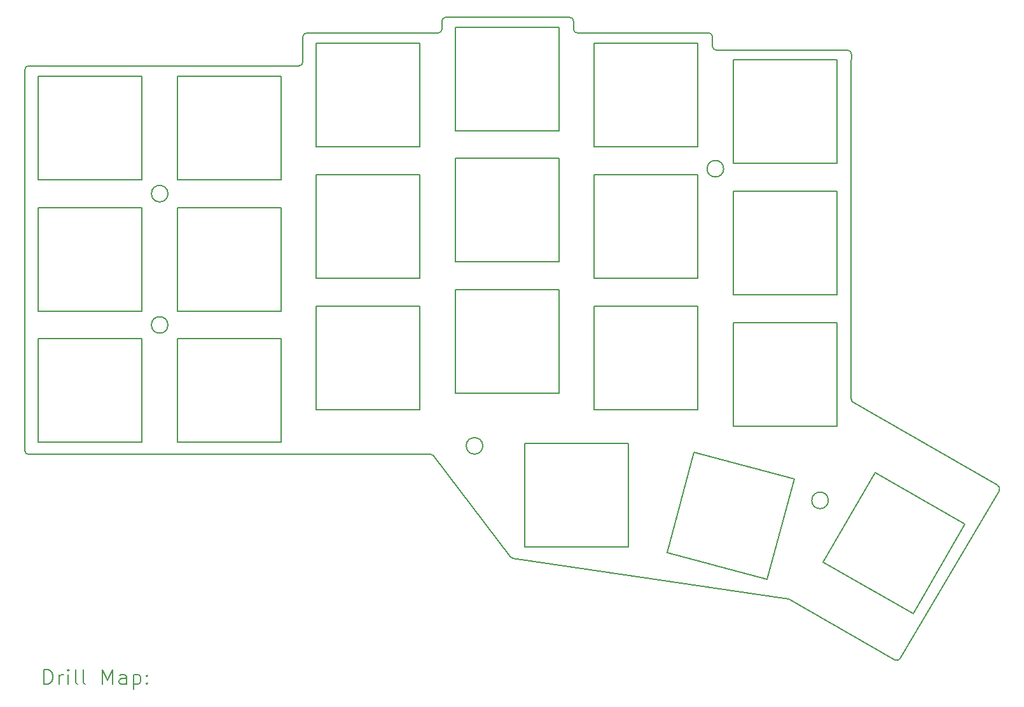
<source format=gbr>
%TF.GenerationSoftware,KiCad,Pcbnew,8.0.8+1*%
%TF.CreationDate,2025-07-09T04:57:59+00:00*%
%TF.ProjectId,frontplate,66726f6e-7470-46c6-9174-652e6b696361,0.2*%
%TF.SameCoordinates,Original*%
%TF.FileFunction,Drillmap*%
%TF.FilePolarity,Positive*%
%FSLAX45Y45*%
G04 Gerber Fmt 4.5, Leading zero omitted, Abs format (unit mm)*
G04 Created by KiCad (PCBNEW 8.0.8+1) date 2025-07-09 04:57:59*
%MOMM*%
%LPD*%
G01*
G04 APERTURE LIST*
%ADD10C,0.150000*%
%ADD11C,0.200000*%
G04 APERTURE END LIST*
D10*
X9131698Y-10801245D02*
X9131502Y-5720251D01*
X9181501Y-5670249D02*
X12781501Y-5670151D01*
X12831500Y-5620151D02*
X12831500Y-5282750D01*
X12881500Y-5232750D02*
X14631500Y-5232750D01*
X14681500Y-5182750D02*
X14681500Y-5075250D01*
X14731500Y-5025250D02*
X16384300Y-5025250D01*
X16434300Y-5075250D02*
X16434300Y-5182750D01*
X16484300Y-5232750D02*
X18234300Y-5232750D01*
X18284300Y-5282750D02*
X18284300Y-5412312D01*
X18334288Y-5462312D02*
X20083706Y-5462738D01*
X20133691Y-5513340D02*
X20131804Y-5669949D01*
X20131800Y-5670551D02*
X20131800Y-10111094D01*
X20156800Y-10154396D02*
X22081599Y-11265679D01*
X22099669Y-11334377D02*
X20779993Y-13572380D01*
X20711924Y-13590285D02*
X19318493Y-12785787D01*
X19300847Y-12779632D02*
X15624698Y-12233003D01*
X15592179Y-12213716D02*
X14575757Y-10870335D01*
X14535877Y-10850503D02*
X9181705Y-10851243D01*
X9131502Y-5720251D02*
G75*
G02*
X9181501Y-5670252I49998J1D01*
G01*
X12831500Y-5620151D02*
G75*
G02*
X12781501Y-5670150I-50000J1D01*
G01*
X12831500Y-5282750D02*
G75*
G02*
X12881500Y-5232750I50000J0D01*
G01*
X14681500Y-5182750D02*
G75*
G02*
X14631500Y-5232750I-50000J0D01*
G01*
X14681500Y-5075250D02*
G75*
G02*
X14731500Y-5025250I50000J0D01*
G01*
X16384300Y-5025250D02*
G75*
G02*
X16434300Y-5075250I0J-50000D01*
G01*
X16484300Y-5232750D02*
G75*
G02*
X16434300Y-5182750I0J50000D01*
G01*
X18234300Y-5232750D02*
G75*
G02*
X18284300Y-5282750I0J-50000D01*
G01*
X18334288Y-5462312D02*
G75*
G02*
X18284298Y-5412312I12J50002D01*
G01*
X20083706Y-5462738D02*
G75*
G02*
X20133689Y-5513340I-16J-50002D01*
G01*
X20131800Y-5670551D02*
G75*
G02*
X20131804Y-5669949I50400J1D01*
G01*
X20156800Y-10154396D02*
G75*
G02*
X20131796Y-10111094I25000J43306D01*
G01*
X22081599Y-11265679D02*
G75*
G02*
X22099669Y-11334377I-24999J-43301D01*
G01*
X20779993Y-13572380D02*
G75*
G02*
X20711922Y-13590288I-43073J25400D01*
G01*
X19300847Y-12779632D02*
G75*
G02*
X19318492Y-12785788I-7357J-49458D01*
G01*
X15624698Y-12233003D02*
G75*
G02*
X15592179Y-12213716I7352J49453D01*
G01*
X14535877Y-10850503D02*
G75*
G02*
X14575754Y-10870338I3J-49997D01*
G01*
X9181705Y-10851243D02*
G75*
G02*
X9131697Y-10801245I-5J50003D01*
G01*
X9310000Y-10690000D02*
X10690000Y-10690000D01*
X10690000Y-10690000D02*
X10690000Y-9310000D01*
X10690000Y-9310000D02*
X9310000Y-9310000D01*
X9310000Y-9310000D02*
X9310000Y-10690000D01*
X9310000Y-8940000D02*
X10690000Y-8940000D01*
X10690000Y-8940000D02*
X10690000Y-7560000D01*
X10690000Y-7560000D02*
X9310000Y-7560000D01*
X9310000Y-7560000D02*
X9310000Y-8940000D01*
X9310000Y-7190000D02*
X10690000Y-7190000D01*
X10690000Y-7190000D02*
X10690000Y-5810000D01*
X10690000Y-5810000D02*
X9310000Y-5810000D01*
X9310000Y-5810000D02*
X9310000Y-7190000D01*
X11160000Y-10690000D02*
X12540000Y-10690000D01*
X12540000Y-10690000D02*
X12540000Y-9310000D01*
X12540000Y-9310000D02*
X11160000Y-9310000D01*
X11160000Y-9310000D02*
X11160000Y-10690000D01*
X11160000Y-8940000D02*
X12540000Y-8940000D01*
X12540000Y-8940000D02*
X12540000Y-7560000D01*
X12540000Y-7560000D02*
X11160000Y-7560000D01*
X11160000Y-7560000D02*
X11160000Y-8940000D01*
X11160000Y-7190000D02*
X12540000Y-7190000D01*
X12540000Y-7190000D02*
X12540000Y-5810000D01*
X12540000Y-5810000D02*
X11160000Y-5810000D01*
X11160000Y-5810000D02*
X11160000Y-7190000D01*
X13010000Y-10252500D02*
X14390000Y-10252500D01*
X14390000Y-10252500D02*
X14390000Y-8872500D01*
X14390000Y-8872500D02*
X13010000Y-8872500D01*
X13010000Y-8872500D02*
X13010000Y-10252500D01*
X13010000Y-8502500D02*
X14390000Y-8502500D01*
X14390000Y-8502500D02*
X14390000Y-7122500D01*
X14390000Y-7122500D02*
X13010000Y-7122500D01*
X13010000Y-7122500D02*
X13010000Y-8502500D01*
X13010000Y-6752500D02*
X14390000Y-6752500D01*
X14390000Y-6752500D02*
X14390000Y-5372500D01*
X14390000Y-5372500D02*
X13010000Y-5372500D01*
X13010000Y-5372500D02*
X13010000Y-6752500D01*
X14860000Y-10033750D02*
X16240000Y-10033750D01*
X16240000Y-10033750D02*
X16240000Y-8653750D01*
X16240000Y-8653750D02*
X14860000Y-8653750D01*
X14860000Y-8653750D02*
X14860000Y-10033750D01*
X14860000Y-8283750D02*
X16240000Y-8283750D01*
X16240000Y-8283750D02*
X16240000Y-6903750D01*
X16240000Y-6903750D02*
X14860000Y-6903750D01*
X14860000Y-6903750D02*
X14860000Y-8283750D01*
X14860000Y-6533750D02*
X16240000Y-6533750D01*
X16240000Y-6533750D02*
X16240000Y-5153750D01*
X16240000Y-5153750D02*
X14860000Y-5153750D01*
X14860000Y-5153750D02*
X14860000Y-6533750D01*
X16710000Y-10252500D02*
X18090000Y-10252500D01*
X18090000Y-10252500D02*
X18090000Y-8872500D01*
X18090000Y-8872500D02*
X16710000Y-8872500D01*
X16710000Y-8872500D02*
X16710000Y-10252500D01*
X16710000Y-8502500D02*
X18090000Y-8502500D01*
X18090000Y-8502500D02*
X18090000Y-7122500D01*
X18090000Y-7122500D02*
X16710000Y-7122500D01*
X16710000Y-7122500D02*
X16710000Y-8502500D01*
X16710000Y-6752500D02*
X18090000Y-6752500D01*
X18090000Y-6752500D02*
X18090000Y-5372500D01*
X18090000Y-5372500D02*
X16710000Y-5372500D01*
X16710000Y-5372500D02*
X16710000Y-6752500D01*
X18560000Y-10471250D02*
X19940000Y-10471250D01*
X19940000Y-10471250D02*
X19940000Y-9091250D01*
X19940000Y-9091250D02*
X18560000Y-9091250D01*
X18560000Y-9091250D02*
X18560000Y-10471250D01*
X18560000Y-8721250D02*
X19940000Y-8721250D01*
X19940000Y-8721250D02*
X19940000Y-7341250D01*
X19940000Y-7341250D02*
X18560000Y-7341250D01*
X18560000Y-7341250D02*
X18560000Y-8721250D01*
X18560000Y-6971250D02*
X19940000Y-6971250D01*
X19940000Y-6971250D02*
X19940000Y-5591250D01*
X19940000Y-5591250D02*
X18560000Y-5591250D01*
X18560000Y-5591250D02*
X18560000Y-6971250D01*
X15785000Y-12083750D02*
X17165000Y-12083750D01*
X17165000Y-12083750D02*
X17165000Y-10703750D01*
X17165000Y-10703750D02*
X15785000Y-10703750D01*
X15785000Y-10703750D02*
X15785000Y-12083750D01*
X17679926Y-12156654D02*
X19012904Y-12513824D01*
X19012904Y-12513824D02*
X19370074Y-11180846D01*
X19370074Y-11180846D02*
X18037096Y-10823676D01*
X18037096Y-10823676D02*
X17679926Y-12156654D01*
X20953942Y-12974782D02*
X21643942Y-11779667D01*
X21643942Y-11779667D02*
X20448827Y-11089667D01*
X20448827Y-11089667D02*
X19758827Y-12284782D01*
X19758827Y-12284782D02*
X20953942Y-12974782D01*
X11035000Y-7375000D02*
G75*
G02*
X10815000Y-7375000I-110000J0D01*
G01*
X10815000Y-7375000D02*
G75*
G02*
X11035000Y-7375000I110000J0D01*
G01*
X11035000Y-9125000D02*
G75*
G02*
X10815000Y-9125000I-110000J0D01*
G01*
X10815000Y-9125000D02*
G75*
G02*
X11035000Y-9125000I110000J0D01*
G01*
X18431800Y-7042350D02*
G75*
G02*
X18211800Y-7042350I-110000J0D01*
G01*
X18211800Y-7042350D02*
G75*
G02*
X18431800Y-7042350I110000J0D01*
G01*
X15225700Y-10736500D02*
G75*
G02*
X15005700Y-10736500I-110000J0D01*
G01*
X15005700Y-10736500D02*
G75*
G02*
X15225700Y-10736500I110000J0D01*
G01*
X19825761Y-11463175D02*
G75*
G02*
X19605761Y-11463175I-110000J0D01*
G01*
X19605761Y-11463175D02*
G75*
G02*
X19825761Y-11463175I110000J0D01*
G01*
D11*
X9384779Y-13915969D02*
X9384779Y-13715969D01*
X9384779Y-13715969D02*
X9432398Y-13715969D01*
X9432398Y-13715969D02*
X9460969Y-13725492D01*
X9460969Y-13725492D02*
X9480017Y-13744540D01*
X9480017Y-13744540D02*
X9489541Y-13763588D01*
X9489541Y-13763588D02*
X9499064Y-13801683D01*
X9499064Y-13801683D02*
X9499064Y-13830254D01*
X9499064Y-13830254D02*
X9489541Y-13868350D01*
X9489541Y-13868350D02*
X9480017Y-13887397D01*
X9480017Y-13887397D02*
X9460969Y-13906445D01*
X9460969Y-13906445D02*
X9432398Y-13915969D01*
X9432398Y-13915969D02*
X9384779Y-13915969D01*
X9584779Y-13915969D02*
X9584779Y-13782635D01*
X9584779Y-13820731D02*
X9594303Y-13801683D01*
X9594303Y-13801683D02*
X9603826Y-13792159D01*
X9603826Y-13792159D02*
X9622874Y-13782635D01*
X9622874Y-13782635D02*
X9641922Y-13782635D01*
X9708588Y-13915969D02*
X9708588Y-13782635D01*
X9708588Y-13715969D02*
X9699064Y-13725492D01*
X9699064Y-13725492D02*
X9708588Y-13735016D01*
X9708588Y-13735016D02*
X9718112Y-13725492D01*
X9718112Y-13725492D02*
X9708588Y-13715969D01*
X9708588Y-13715969D02*
X9708588Y-13735016D01*
X9832398Y-13915969D02*
X9813350Y-13906445D01*
X9813350Y-13906445D02*
X9803826Y-13887397D01*
X9803826Y-13887397D02*
X9803826Y-13715969D01*
X9937160Y-13915969D02*
X9918112Y-13906445D01*
X9918112Y-13906445D02*
X9908588Y-13887397D01*
X9908588Y-13887397D02*
X9908588Y-13715969D01*
X10165731Y-13915969D02*
X10165731Y-13715969D01*
X10165731Y-13715969D02*
X10232398Y-13858826D01*
X10232398Y-13858826D02*
X10299064Y-13715969D01*
X10299064Y-13715969D02*
X10299064Y-13915969D01*
X10480017Y-13915969D02*
X10480017Y-13811207D01*
X10480017Y-13811207D02*
X10470493Y-13792159D01*
X10470493Y-13792159D02*
X10451445Y-13782635D01*
X10451445Y-13782635D02*
X10413350Y-13782635D01*
X10413350Y-13782635D02*
X10394303Y-13792159D01*
X10480017Y-13906445D02*
X10460969Y-13915969D01*
X10460969Y-13915969D02*
X10413350Y-13915969D01*
X10413350Y-13915969D02*
X10394303Y-13906445D01*
X10394303Y-13906445D02*
X10384779Y-13887397D01*
X10384779Y-13887397D02*
X10384779Y-13868350D01*
X10384779Y-13868350D02*
X10394303Y-13849302D01*
X10394303Y-13849302D02*
X10413350Y-13839778D01*
X10413350Y-13839778D02*
X10460969Y-13839778D01*
X10460969Y-13839778D02*
X10480017Y-13830254D01*
X10575255Y-13782635D02*
X10575255Y-13982635D01*
X10575255Y-13792159D02*
X10594303Y-13782635D01*
X10594303Y-13782635D02*
X10632398Y-13782635D01*
X10632398Y-13782635D02*
X10651445Y-13792159D01*
X10651445Y-13792159D02*
X10660969Y-13801683D01*
X10660969Y-13801683D02*
X10670493Y-13820731D01*
X10670493Y-13820731D02*
X10670493Y-13877873D01*
X10670493Y-13877873D02*
X10660969Y-13896921D01*
X10660969Y-13896921D02*
X10651445Y-13906445D01*
X10651445Y-13906445D02*
X10632398Y-13915969D01*
X10632398Y-13915969D02*
X10594303Y-13915969D01*
X10594303Y-13915969D02*
X10575255Y-13906445D01*
X10756207Y-13896921D02*
X10765731Y-13906445D01*
X10765731Y-13906445D02*
X10756207Y-13915969D01*
X10756207Y-13915969D02*
X10746684Y-13906445D01*
X10746684Y-13906445D02*
X10756207Y-13896921D01*
X10756207Y-13896921D02*
X10756207Y-13915969D01*
X10756207Y-13792159D02*
X10765731Y-13801683D01*
X10765731Y-13801683D02*
X10756207Y-13811207D01*
X10756207Y-13811207D02*
X10746684Y-13801683D01*
X10746684Y-13801683D02*
X10756207Y-13792159D01*
X10756207Y-13792159D02*
X10756207Y-13811207D01*
M02*

</source>
